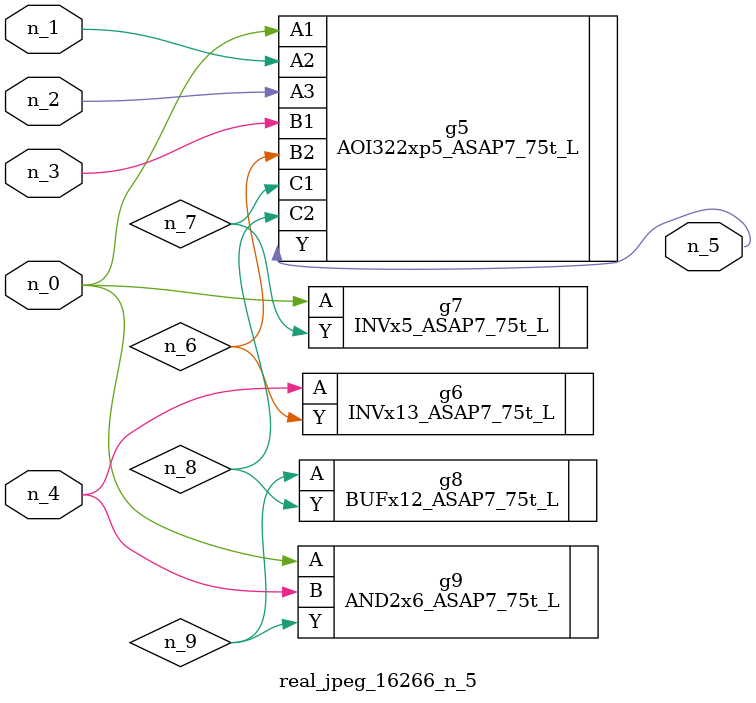
<source format=v>
module real_jpeg_16266_n_5 (n_4, n_0, n_1, n_2, n_3, n_5);

input n_4;
input n_0;
input n_1;
input n_2;
input n_3;

output n_5;

wire n_8;
wire n_6;
wire n_7;
wire n_9;

AOI322xp5_ASAP7_75t_L g5 ( 
.A1(n_0),
.A2(n_1),
.A3(n_2),
.B1(n_3),
.B2(n_6),
.C1(n_7),
.C2(n_8),
.Y(n_5)
);

INVx5_ASAP7_75t_L g7 ( 
.A(n_0),
.Y(n_7)
);

AND2x6_ASAP7_75t_L g9 ( 
.A(n_0),
.B(n_4),
.Y(n_9)
);

INVx13_ASAP7_75t_L g6 ( 
.A(n_4),
.Y(n_6)
);

BUFx12_ASAP7_75t_L g8 ( 
.A(n_9),
.Y(n_8)
);


endmodule
</source>
